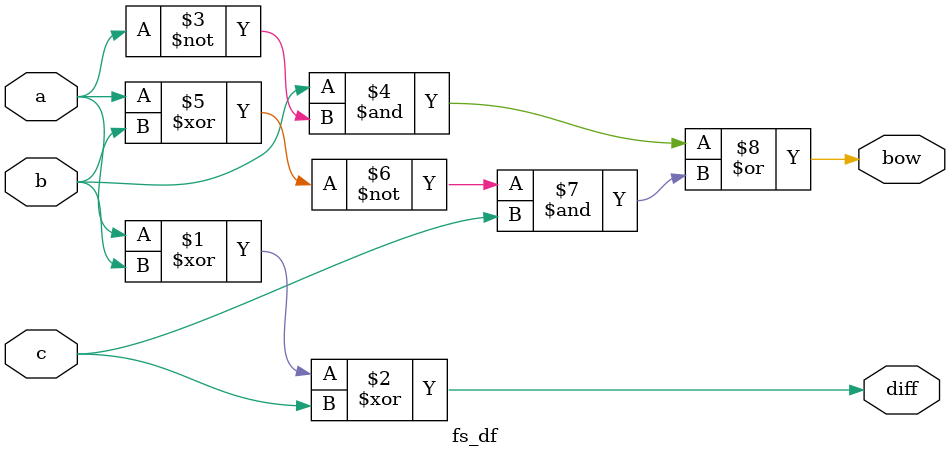
<source format=v>
`timescale 1ns / 1ps
module fs_df(
    input a,b,c,
    output diff,bow
    );
    assign  diff=a^b^c;
    assign bow=(b&~a)|(~(a^b)&c);
endmodule

</source>
